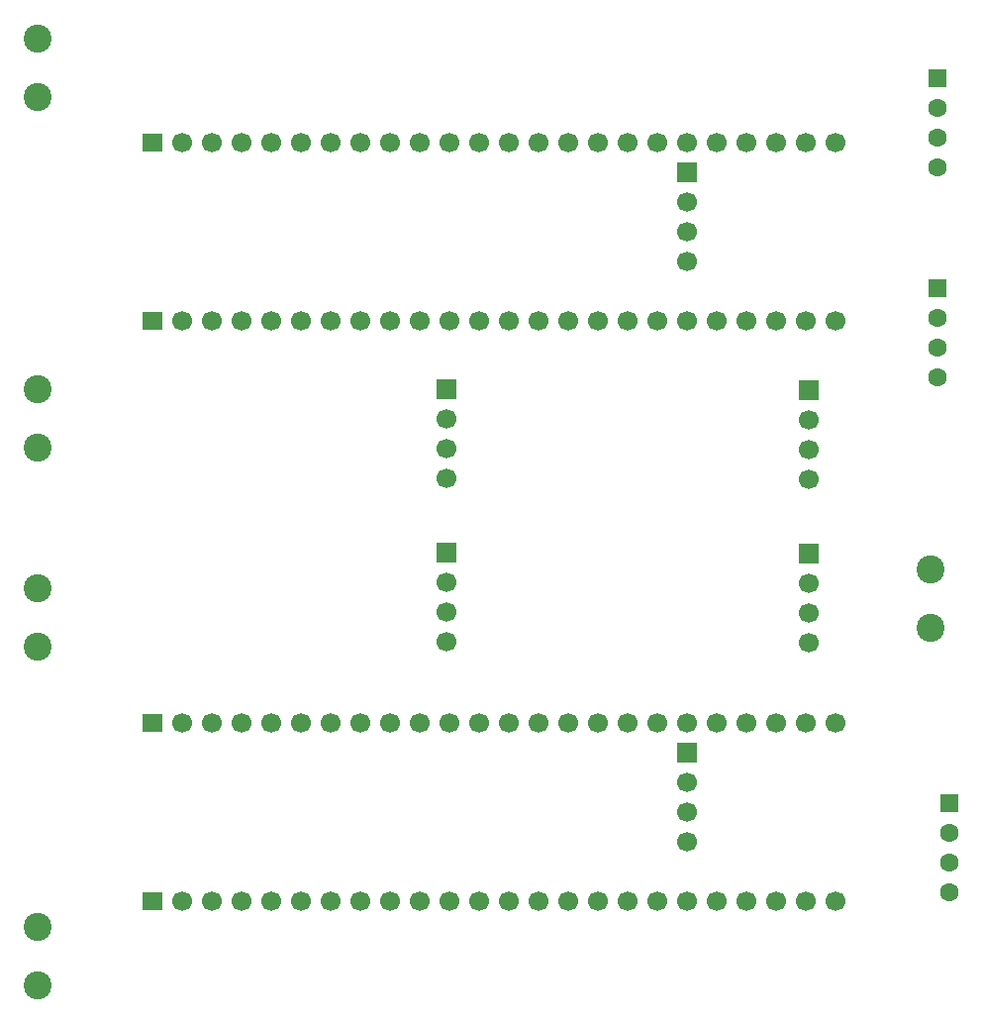
<source format=gbr>
%TF.GenerationSoftware,KiCad,Pcbnew,8.0.8*%
%TF.CreationDate,2025-01-20T13:06:51+08:00*%
%TF.ProjectId,project_pcb,70726f6a-6563-4745-9f70-63622e6b6963,rev?*%
%TF.SameCoordinates,Original*%
%TF.FileFunction,Soldermask,Top*%
%TF.FilePolarity,Negative*%
%FSLAX46Y46*%
G04 Gerber Fmt 4.6, Leading zero omitted, Abs format (unit mm)*
G04 Created by KiCad (PCBNEW 8.0.8) date 2025-01-20 13:06:51*
%MOMM*%
%LPD*%
G01*
G04 APERTURE LIST*
%ADD10R,1.700000X1.700000*%
%ADD11C,1.700000*%
%ADD12C,2.400000*%
%ADD13R,1.700000X1.520000*%
%ADD14R,1.600000X1.600000*%
%ADD15C,1.600000*%
G04 APERTURE END LIST*
D10*
%TO.C,CN4*%
X134174400Y-128714400D03*
D11*
X134174400Y-131254400D03*
X134174400Y-133794400D03*
X134174400Y-136334400D03*
%TD*%
D10*
%TO.C,CN6*%
X134173700Y-79135300D03*
D11*
X134173700Y-81675300D03*
X134173700Y-84215300D03*
X134173700Y-86755300D03*
%TD*%
D12*
%TO.C,Kill_Switch2*%
X78640000Y-114660000D03*
X78640000Y-119660000D03*
%TD*%
%TO.C,Kill_Switch3*%
X78640000Y-97660000D03*
X78640000Y-102660000D03*
%TD*%
D13*
%TO.C,U4*%
X88460000Y-76600000D03*
D11*
X91000000Y-76600000D03*
X93540000Y-76600000D03*
X96080000Y-76600000D03*
X98620000Y-76600000D03*
X101160000Y-76600000D03*
X103700000Y-76600000D03*
X106240000Y-76600000D03*
X108780000Y-76600000D03*
X111320000Y-76600000D03*
X113860000Y-76600000D03*
X116400000Y-76600000D03*
X118940000Y-76600000D03*
X121480000Y-76600000D03*
X124020000Y-76600000D03*
X126560000Y-76600000D03*
X129100000Y-76600000D03*
X131640000Y-76600000D03*
X134180000Y-76600000D03*
X136720000Y-76600000D03*
X139260000Y-76600000D03*
X141800000Y-76600000D03*
X144340000Y-76600000D03*
X146880000Y-76600000D03*
%TD*%
D14*
%TO.C,CN3*%
X156640000Y-133040000D03*
D15*
X156640000Y-135580000D03*
X156640000Y-138120000D03*
X156640000Y-140660000D03*
%TD*%
D10*
%TO.C,DepthNA1*%
X113640000Y-111660000D03*
D11*
X113640000Y-114200000D03*
X113640000Y-116740000D03*
X113640000Y-119280000D03*
%TD*%
D12*
%TO.C,Kill_Switch4*%
X78640000Y-143660000D03*
X78640000Y-148660000D03*
%TD*%
D10*
%TO.C,Depth2*%
X144570000Y-97720000D03*
D11*
X144570000Y-100260000D03*
X144570000Y-102800000D03*
X144570000Y-105340000D03*
%TD*%
D14*
%TO.C,CN1*%
X155640000Y-89040000D03*
D15*
X155640000Y-91580000D03*
X155640000Y-94120000D03*
X155640000Y-96660000D03*
%TD*%
D10*
%TO.C,H1*%
X144570000Y-111730000D03*
D11*
X144570000Y-114270000D03*
X144570000Y-116810000D03*
X144570000Y-119350000D03*
%TD*%
D12*
%TO.C,Kill_Switch1*%
X155000000Y-118100000D03*
X155000000Y-113100000D03*
%TD*%
D10*
%TO.C,DepthNA2*%
X113640000Y-97660000D03*
D11*
X113640000Y-100200000D03*
X113640000Y-102740000D03*
X113640000Y-105280000D03*
%TD*%
D13*
%TO.C,U3*%
X88460000Y-91830000D03*
D11*
X91000000Y-91830000D03*
X93540000Y-91830000D03*
X96080000Y-91830000D03*
X98620000Y-91830000D03*
X101160000Y-91830000D03*
X103700000Y-91830000D03*
X106240000Y-91830000D03*
X108780000Y-91830000D03*
X111320000Y-91830000D03*
X113860000Y-91830000D03*
X116400000Y-91830000D03*
X118940000Y-91830000D03*
X121480000Y-91830000D03*
X124020000Y-91830000D03*
X126560000Y-91830000D03*
X129100000Y-91830000D03*
X131640000Y-91830000D03*
X134180000Y-91830000D03*
X136720000Y-91830000D03*
X139260000Y-91830000D03*
X141800000Y-91830000D03*
X144340000Y-91830000D03*
X146880000Y-91830000D03*
%TD*%
D12*
%TO.C,Kill_Switch5*%
X78640000Y-67660000D03*
X78640000Y-72660000D03*
%TD*%
D13*
%TO.C,U1*%
X88460000Y-141410000D03*
D11*
X91000000Y-141410000D03*
X93540000Y-141410000D03*
X96080000Y-141410000D03*
X98620000Y-141410000D03*
X101160000Y-141410000D03*
X103700000Y-141410000D03*
X106240000Y-141410000D03*
X108780000Y-141410000D03*
X111320000Y-141410000D03*
X113860000Y-141410000D03*
X116400000Y-141410000D03*
X118940000Y-141410000D03*
X121480000Y-141410000D03*
X124020000Y-141410000D03*
X126560000Y-141410000D03*
X129100000Y-141410000D03*
X131640000Y-141410000D03*
X134180000Y-141410000D03*
X136720000Y-141410000D03*
X139260000Y-141410000D03*
X141800000Y-141410000D03*
X144340000Y-141410000D03*
X146880000Y-141410000D03*
%TD*%
D14*
%TO.C,CN2*%
X155640000Y-71120000D03*
D15*
X155640000Y-73660000D03*
X155640000Y-76200000D03*
X155640000Y-78740000D03*
%TD*%
D13*
%TO.C,U2*%
X88460000Y-126180000D03*
D11*
X91000000Y-126180000D03*
X93540000Y-126180000D03*
X96080000Y-126180000D03*
X98620000Y-126180000D03*
X101160000Y-126180000D03*
X103700000Y-126180000D03*
X106240000Y-126180000D03*
X108780000Y-126180000D03*
X111320000Y-126180000D03*
X113860000Y-126180000D03*
X116400000Y-126180000D03*
X118940000Y-126180000D03*
X121480000Y-126180000D03*
X124020000Y-126180000D03*
X126560000Y-126180000D03*
X129100000Y-126180000D03*
X131640000Y-126180000D03*
X134180000Y-126180000D03*
X136720000Y-126180000D03*
X139260000Y-126180000D03*
X141800000Y-126180000D03*
X144340000Y-126180000D03*
X146880000Y-126180000D03*
%TD*%
M02*

</source>
